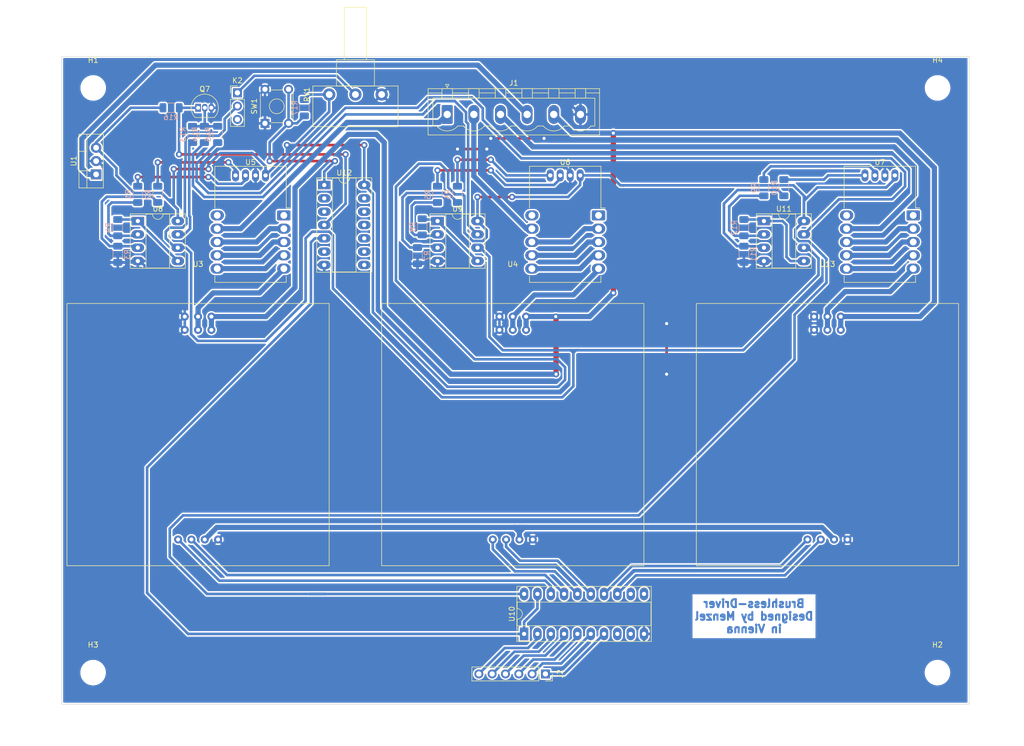
<source format=kicad_pcb>
(kicad_pcb (version 20211014) (generator pcbnew)
  (layers (0 "F.Cu" signal) (31 "B.Cu" signal) (34 "B.Paste" user) (35 "F.Paste" user) (36 "B.SilkS" user "B.Silkscreen") (37 "F.SilkS" user "F.Silkscreen") (38 "B.Mask" user) (39 "F.Mask" user) (44 "Edge.Cuts" user))
  (net 0 "")
  (net 1 "VCC")
  (net 2 "+15V")
  (net 3 "GND")
  (net 4 "/U")
  (net 5 "/V")
  (net 6 "/W")
  (net 7 "Net-(K2-Pad1)")
  (net 8 "/Vith")
  (net 9 "/th_in")
  (net 10 "Net-(Q7-Pad1)")
  (net 11 "/V_of")
  (net 12 "/Vout_U")
  (net 13 "Net-(R1-Pad2)")
  (net 14 "/Vref_U")
  (net 15 "Net-(R2-Pad2)")
  (net 16 "/V_iu")
  (net 17 "/Vout_V")
  (net 18 "Net-(R5-Pad2)")
  (net 19 "/Vref_V")
  (net 20 "Net-(R6-Pad2)")
  (net 21 "/V_iv")
  (net 22 "/Vout_W")
  (net 23 "Net-(R12-Pad2)")
  (net 24 "/Vref_W")
  (net 25 "Net-(R10-Pad2)")
  (net 26 "/V_iw")
  (net 27 "/V_ofu")
  (net 28 "/V_ofv")
  (net 29 "/V_ofw")
  (net 30 "+5V")
  (net 31 "/reset")
  (net 32 "/PB0")
  (net 33 "/PA7")
  (net 34 "/PA9")
  (net 35 "/PA8")
  (net 36 "/PB1")
  (net 37 "/PA10")
  (net 38 "/out1")
  (net 39 "/lin_u")
  (net 40 "/hin_u")
  (net 41 "/out2")
  (net 42 "/lin_v")
  (net 43 "/hin_v")
  (net 44 "/coil3")
  (net 45 "/coil2")
  (net 46 "/coil1")
  (net 47 "/coil6")
  (net 48 "/coil5")
  (net 49 "/coil4")
  (net 50 "/coil9")
  (net 51 "/coil8")
  (net 52 "/coil7")
  (net 53 "/out3")
  (net 54 "/Vgate")
  (net 59 "/hin_w")
  (net 60 "/lin_w")
  (footprint "Package_TO_SOT_THT:TO-92_Inline" (layer "F.Cu") (at 155.27 65.05)
    (fp_text reference "Q7")
    (fp_text value "BC547")
  )
  (footprint "Package_DIP:DIP-8_W7.62mm_Socket_LongPads" (layer "F.Cu") (at 263.16 86.65)
    (fp_text reference "U11")
    (fp_text value "LM358")
  )
  (footprint "Package_DIP:DIP-8_W7.62mm_Socket_LongPads" (layer "F.Cu") (at 143.78 86.65)
    (fp_text reference "U8")
    (fp_text value "LM358")
  )
  (footprint "MountingHole:MountingHole_4.3mm_M4" (layer "F.Cu") (at 135.25 172.75)
    (fp_text reference "H3")
    (fp_text value "MountingHole")
  )
  (footprint "Connector_Phoenix_MSTB:PhoenixContact_MSTBVA_2,5_6-G-5,08_1x06_P5.08mm_Vertical" (layer "F.Cu") (at 202.77 66.32)
    (fp_text reference "J1")
    (fp_text value "Conn_01x06")
  )
  (footprint "Connector_PinHeader_2.54mm:PinHeader_1x03_P2.54mm_Vertical" (layer "F.Cu") (at 162.77 62.19)
    (fp_text reference "K2")
    (fp_text value "CONN_3")
  )
  (footprint "Potentiometer_THT:Potentiometer_Piher_T-16H_Single_Horizontal" (layer "F.Cu") (at 190.27 62.52 90)
    (fp_text reference "RV1")
    (fp_text value "POT")
  )
  (footprint "Sensor_Current:LEM_CKSR" (layer "F.Cu") (at 171.62 85.565 -90)
    (fp_text reference "U5")
    (fp_text value "CKSR_25-NP")
  )
  (footprint "Package_TO_SOT_THT:TO-220-3_Vertical" (layer "F.Cu") (at 135.825 77.75 90)
    (fp_text reference "U1")
    (fp_text value "L7805")
  )
  (footprint "Connector_PinSocket_2.54mm:PinSocket_1x06_P2.54mm_Vertical" (layer "F.Cu") (at 221.5 173 -90)
    (fp_text reference "J2")
    (fp_text value "Conn_01x06")
  )
  (footprint "MountingHole:MountingHole_4.3mm_M4" (layer "F.Cu") (at 296.27 61.27)
    (fp_text reference "H4")
    (fp_text value "MountingHole")
  )
  (footprint "my_own:half_bridge" (layer "F.Cu") (at 275.27 102.365)
    (fp_text reference "U13")
    (fp_text value "Half_Bridge")
  )
  (footprint "Package_DIP:DIP-8_W7.62mm_Socket_LongPads" (layer "F.Cu") (at 200.93 86.65)
    (fp_text reference "U9")
    (fp_text value "LM358")
  )
  (footprint "my_own:half_bridge" (layer "F.Cu") (at 215.27 102.365)
    (fp_text reference "U4")
    (fp_text value "Half_Bridge")
  )
  (footprint "Sensor_Current:LEM_CKSR" (layer "F.Cu") (at 291.62 85.565 -90)
    (fp_text reference "U7")
    (fp_text value "CKSR_25-NP")
  )
  (footprint "MountingHole:MountingHole_4.3mm_M4" (layer "F.Cu") (at 135.27 61.27)
    (fp_text reference "H1")
    (fp_text value "MountingHole")
  )
  (footprint "my_own:half_bridge" (layer "F.Cu") (at 155.27 102.365)
    (fp_text reference "U3")
    (fp_text value "Half_Bridge")
  )
  (footprint "Package_DIP:DIP-14_W7.62mm_Socket_LongPads" (layer "F.Cu") (at 179.33 79.782)
    (fp_text reference "U12")
    (fp_text value "74HC74")
  )
  (footprint "Package_DIP:DIP-20_W7.62mm_Socket_LongPads" (layer "F.Cu") (at 217.435 165.37 90)
    (fp_text reference "U10")
    (fp_text value "74LS541")
  )
  (footprint "Button_Switch_THT:SW_TH_Tactile_Omron_B3F-10xx" (layer "F.Cu") (at 168.02 68.02 90)
    (fp_text reference "SW1")
    (fp_text value "SW_Push_Dual")
  )
  (footprint "MountingHole:MountingHole_4.3mm_M4" (layer "F.Cu") (at 296.25 172.75)
    (fp_text reference "H2")
    (fp_text value "MountingHole")
  )
  (footprint "Sensor_Current:LEM_CKSR" (layer "F.Cu") (at 231.62 85.565 -90)
    (fp_text reference "U6")
    (fp_text value "CKSR_25-NP")
  )
  (footprint "Resistor_SMD:R_1206_3216Metric_Pad1.30x1.75mm_HandSolder" (layer "B.Cu") (at 175.52 65.05 -90)
    (fp_text reference "R17")
    (fp_text value "R_Small")
  )
  (footprint "Resistor_SMD:R_1206_3216Metric_Pad1.30x1.75mm_HandSolder" (layer "B.Cu") (at 198 87.75 -90)
    (fp_text reference "R8")
    (fp_text value "R_Small")
  )
  (footprint "Resistor_SMD:R_1206_3216Metric_Pad1.30x1.75mm_HandSolder" (layer "B.Cu") (at 154.21 70.13 -90)
    (fp_text reference "R13")
    (fp_text value "R_Small")
  )
  (footprint "Resistor_SMD:R_1206_3216Metric_Pad1.30x1.75mm_HandSolder" (layer "B.Cu") (at 139.96 92.99 90)
    (fp_text reference "R3")
    (fp_text value "R_Small")
  )
  (footprint "Resistor_SMD:R_1206_3216Metric_Pad1.30x1.75mm_HandSolder" (layer "B.Cu") (at 159.01 70.13 -90)
    (fp_text reference "R15")
    (fp_text value "R_Small")
  )
  (footprint "Resistor_SMD:R_1206_3216Metric_Pad1.30x1.75mm_HandSolder" (layer "B.Cu") (at 263.15 80.29 -90)
    (fp_text reference "R9")
    (fp_text value "R_Small")
  )
  (footprint "Resistor_SMD:R_1206_3216Metric_Pad1.30x1.75mm_HandSolder" (layer "B.Cu") (at 156.47 70.13 -90)
    (fp_text reference "R14")
    (fp_text value "R_Small")
  )
  (footprint "Resistor_SMD:R_1206_3216Metric_Pad1.30x1.75mm_HandSolder" (layer "B.Cu") (at 147.58 81.56 -90)
    (fp_text reference "R2")
    (fp_text value "R_Small")
  )
  (footprint "Resistor_SMD:R_1206_3216Metric_Pad1.30x1.75mm_HandSolder" (layer "B.Cu") (at 197.11 93.244 90)
    (fp_text reference "R7")
    (fp_text value "R_Small")
  )
  (footprint "Resistor_SMD:R_1206_3216Metric_Pad1.30x1.75mm_HandSolder" (layer "B.Cu") (at 200.92 81.56 -90)
    (fp_text reference "R5")
    (fp_text value "R_Small")
  )
  (footprint "Resistor_SMD:R_1206_3216Metric_Pad1.30x1.75mm_HandSolder" (layer "B.Cu") (at 150.12 65.05)
    (fp_text reference "R16")
    (fp_text value "R_Small")
  )
  (footprint "Resistor_SMD:R_1206_3216Metric_Pad1.30x1.75mm_HandSolder" (layer "B.Cu") (at 259.34 87.91 -90)
    (fp_text reference "R12")
    (fp_text value "R_Small")
  )
  (footprint "Resistor_SMD:R_1206_3216Metric_Pad1.30x1.75mm_HandSolder" (layer "B.Cu") (at 139.96 87.91 -90)
    (fp_text reference "R4")
    (fp_text value "R_Small")
  )
  (footprint "Resistor_SMD:R_1206_3216Metric_Pad1.30x1.75mm_HandSolder" (layer "B.Cu") (at 266.96 80.29 -90)
    (fp_text reference "R10")
    (fp_text value "R_Small")
  )
  (footprint "Resistor_SMD:R_1206_3216Metric_Pad1.30x1.75mm_HandSolder" (layer "B.Cu") (at 204.73 81.56 -90)
    (fp_text reference "R6")
    (fp_text value "R_Small")
  )
  (footprint "Resistor_SMD:R_1206_3216Metric_Pad1.30x1.75mm_HandSolder" (layer "B.Cu") (at 143.77 81.56 -90)
    (fp_text reference "R1")
    (fp_text value "R_Small")
  )
  (footprint "Resistor_SMD:R_1206_3216Metric_Pad1.30x1.75mm_HandSolder" (layer "B.Cu") (at 259.34 92.99 90)
    (fp_text reference "R11")
    (fp_text value "R_Small")
  )
  (gr_rect (start 129.27 55.27) (end 302.27 178.77) (layer "Edge.Cuts") (width 0.1) (fill none))
  (gr_text "Brushless-Driver\nDesigned by Menzel\nin Vienna" (at 261.27 162) (layer "B.Cu") (effects (font (size 1.5 1.5) (thickness 0.375)) (justify mirror)))
  (segment (start 216.54 145.188) (end 216.668 145.06) (width 1) (layer "B.Cu") (net 0))
  (segment (start 215.652 145.06) (end 216.668 145.06) (width 1) (layer "B.Cu") (net 0))
  (segment (start 274.235 145.06) (end 276.54 147.365) (width 1) (layer "B.Cu") (net 0))
  (segment (start 215.652 145.06) (end 216.54 145.948) (width 1) (layer "B.Cu") (net 0))
  (segment (start 216.54 145.948) (end 216.542 145.948) (width 1) (layer "B.Cu") (net 0))
  (segment (start 216.668 145.06) (end 217.43 145.06) (width 1) (layer "B.Cu") (net 0))
  (segment (start 217.43 145.06) (end 274.235 145.06) (width 1) (layer "B.Cu") (net 0))
  (segment (start 216.54 145.948) (end 216.54 145.188) (width 1) (layer "B.Cu") (net 0))
  (segment (start 216.54 147.365) (end 216.54 145.948) (width 1) (layer "B.Cu") (net 0))
  (segment (start 156.54 147.365) (end 158.845 145.06) (width 1) (layer "B.Cu") (net 0))
  (segment (start 158.845 145.06) (end 215.652 145.06) (width 1) (layer "B.Cu") (net 0))
  (segment (start 217.43 145.06) (end 216.542 145.948) (width 1) (layer "B.Cu") (net 0))
  (segment (start 133.102 76.602) (end 134.25 77.75) (width 1) (layer "B.Cu") (net 1))
  (segment (start 147.142 56.922) (end 133.102 70.962) (width 1) (layer "B.Cu") (net 1))
  (segment (start 133.102 70.962) (end 133.102 76.602) (width 1) (layer "B.Cu") (net 1))
  (segment (start 208.612 56.922) (end 147.142 56.922) (width 1) (layer "B.Cu") (net 1))
  (segment (start 218.01 66.32) (end 208.612 56.922) (width 1) (layer "B.Cu") (net 1))
  (segment (start 134.25 77.75) (end 135.825 77.75) (width 1) (layer "B.Cu") (net 1))
  (segment (start 223.526 104.928) (end 223.463 104.865) (width 1) (layer "F.Cu") (net 2))
  (segment (start 234.448 69.876) (end 234.448 100.356) (width 1) (layer "F.Cu") (net 2))
  (segment (start 223.526 115.85) (end 223.526 104.928) (width 1) (layer "F.Cu") (net 2))
  (via (at 234.448 69.876) (size 1.2) (drill 0.6) (layers "F.Cu" "B.Cu") (net 2))
  (via (at 223.463 104.865) (size 1.2) (drill 0.6) (layers "F.Cu" "B.Cu") (net 2))
  (via (at 223.526 115.85) (size 1.2) (drill 0.6) (layers "F.Cu" "B.Cu") (net 2))
  (via (at 234.448 100.356) (size 1.2) (drill 0.6) (layers "F.Cu" "B.Cu") (net 2))
  (segment (start 234.448 69.876) (end 226.646 69.876) (width 1) (layer "B.Cu") (net 2))
  (segment (start 277.81 107.405) (end 277.81 104.865) (width 1) (layer "B.Cu") (net 2))
  (segment (start 183.902 70.13) (end 189.236 70.13) (width 1) (layer "B.Cu") (net 2))
  (segment (start 292.931 104.865) (end 277.81 104.865) (width 1) (layer "B.Cu") (net 2))
  (segment (start 168.217 104.865) (end 173.75 99.332) (width 1) (layer "B.Cu") (net 2))
  (segment (start 295.662 76.48) (end 295.662 102.134) (width 1) (layer "B.Cu") (net 2))
  (segment (start 229.939 104.865) (end 223.463 104.865) (width 1) (layer "B.Cu") (net 2))
  (segment (start 295.662 102.134) (end 292.931 104.865) (width 1) (layer "B.Cu") (net 2))
  (segment (start 289.058 69.876) (end 295.662 76.48) (width 1) (layer "B.Cu") (net 2))
  (segment (start 226.646 69.876) (end 223.09 66.32) (width 1) (layer "B.Cu") (net 2))
  (segment (start 189.236 70.13) (end 190.76 71.654) (width 1) (layer "B.Cu") (net 2))
  (segment (start 234.448 100.356) (end 229.939 104.865) (width 1) (layer "B.Cu") (net 2))
  (segment (start 190.76 103.15) (end 203.46 115.85) (width 1) (layer "B.Cu") (net 2))
  (segment (start 234.448 69.876) (end 289.058 69.876) (width 1) (layer "B.Cu") (net 2))
  (segment (start 173.75 99.332) (end 173.75 80.282) (width 1) (layer "B.Cu") (net 2))
  (segment (start 157.81 104.865) (end 168.217 104.865) (width 1) (layer "B.Cu") (net 2))
  (segment (start 173.75 80.282) (end 183.902 70.13) (width 1) (layer "B.Cu") (net 2))
  (segment (start 190.76 71.654) (end 190.76 103.15) (width 1) (layer "B.Cu") (net 2))
  (segment (start 157.81 107.405) (end 157.81 104.865) (width 1) (layer "B.Cu") (net 2))
  (segment (start 223.463 104.865) (end 217.81 104.865) (width 1) (layer "B.Cu") (net 2))
  (segment (start 217.81 104.865) (end 217.81 107.405) (width 1) (layer "B.Cu") (net 2))
  (segment (start 203.46 115.85) (end 223.526 115.85) (width 1) (layer "B.Cu") (net 2))
  (segment (start 211.08 70.892) (end 221.24 70.892) (width 0.5) (layer "F.Cu") (net 3))
  (segment (start 210.318 72.924) (end 204.73 72.924) (width 0.5) (layer "F.Cu") (net 3))
  (segment (start 244.608 106.198) (end 244.608 115.85) (width 0.5) (layer "F.Cu") (net 3))
  (via (at 221.24 70.892) (size 1.2) (drill 0.6) (layers "F.Cu" "B.Cu") (net 3))
  (via (at 204.73 72.924) (size 1.2) (drill 0.6) (layers "F.Cu" "B.Cu") (net 3))
  (via (at 211.08 70.892) (size 1.2) (drill 0.6) (layers "F.Cu" "B.Cu") (net 3))
  (via (at 244.608 115.85) (size 1.2) (drill 0.6) (layers "F.Cu" "B.Cu") (net 3))
  (via (at 244.608 106.198) (size 1.2) (drill 0.6) (layers "F.Cu" "B.Cu") (net 3))
  (via (at 210.318 72.924) (size 1.2) (drill 0.6) (layers "F.Cu" "B.Cu") (net 3))
  (segment (start 135.825 75.21) (end 135.513478 75.21) (width 0.5) (layer "B.Cu") (net 3))
  (segment (start 222.473021 64.07048) (end 225.92048 64.07048) (width 0.5) (layer "B.Cu") (net 3))
  (segment (start 221.24 70.892) (end 221.24 65.303501) (width 0.5) (layer "B.Cu") (net 3))
  (segment (start 200.66 94.54) (end 200.93 94.27) (width 0.5) (layer "B.Cu") (net 3))
  (segment (start 263.16 94.27) (end 256.536 94.27) (width 0.5) (layer "B.Cu") (net 3))
  (segment (start 136.15 82.322) (end 136.15 92.736) (width 0.5) (layer "B.Cu") (net 3))
  (segment (start 137.274511 81.197489) (end 136.15 82.322) (width 0.5) (layer "B.Cu") (net 3))
  (segment (start 136.136522 75.21) (end 137.274511 76.347989) (width 0.5) (layer "B.Cu") (net 3))
  (segment (start 144.18 94.27) (end 152.73 102.82) (width 0.5) (layer "B.Cu") (net 3))
  (segment (start 152.73 102.82) (end 152.73 104.865) (width 0.5) (layer "B.Cu") (net 3))
  (segment (start 225.27298 76.34548) (end 226.2225 77.295) (width 0.5) (layer "B.Cu") (net 3))
  (segment (start 197.11 94.794) (end 197.364 94.54) (width 0.5) (layer "B.Cu") (net 3))
  (segment (start 259.34 94.54) (end 262.89 94.54) (width 0.5) (layer "B.Cu") (net 3))
  (segment (start 221.24 65.303501) (end 222.473021 64.07048) (width 0.5) (layer "B.Cu") (net 3))
  (segment (start 212.73 107.405) (end 212.73 104.865) (width 0.5) (layer "B.Cu") (net 3))
  (segment (start 216.53348 76.34548) (end 225.27298 76.34548) (width 0.5) (layer "B.Cu") (net 3))
  (segment (start 262.89 94.54) (end 263.16 94.27) (width 0.5) (layer "B.Cu") (net 3))
  (segment (start 137.954 94.54) (end 139.96 94.54) (width 0.5) (layer "B.Cu") (net 3))
  (segment (start 166.2225 77.945) (end 166.2225 77.295) (width 0.5) (layer "B.Cu") (net 3))
  (segment (start 152.73 104.865) (end 152.73 107.405) (width 0.5) (layer "B.Cu") (net 3))
  (segment (start 211.08 70.892) (end 216.53348 76.34548) (width 0.5) (layer "B.Cu") (net 3))
  (segment (start 256.536 94.27) (end 244.608 106.198) (width 0.5) (layer "B.Cu") (net 3))
  (segment (start 143.51 94.54) (end 143.78 94.27) (width 0.5) (layer "B.Cu") (net 3))
  (segment (start 143.78 94.27) (end 144.18 94.27) (width 0.5) (layer "B.Cu") (net 3))
  (segment (start 137.274511 76.347989) (end 137.274511 81.197489) (width 0.5) (layer "B.Cu") (net 3))
  (segment (start 197.364 94.54) (end 200.66 94.54) (width 0.5) (layer "B.Cu") (net 3))
  (segment (start 139.96 94.54) (end 143.51 94.54) (width 0.5) (layer "B.Cu") (net 3))
  (segment (start 136.15 92.736) (end 137.954 94.54) (width 0.5) (layer "B.Cu") (net 3))
  (segment (start 135.825 75.21) (end 136.136522 75.21) (width 0.5) (layer "B.Cu") (net 3))
  (segment (start 226.2225 77.295) (end 226.2225 77.945) (width 0.5) (layer "B.Cu") (net 3))
  (segment (start 225.92048 64.07048) (end 228.17 66.32) (width 0.5) (layer "B.Cu") (net 3))
  (segment (start 168.02 68.02) (end 168.02 61.52) (width 0.5) (layer "B.Cu") (net 3))
  (segment (start 158.92 88.105) (end 163.387 88.105) (width 1) (layer "B.Cu") (net 4))
  (segment (start 201.246 67.844) (end 202.77 66.32) (width 1) (layer "B.Cu") (net 4))
  (segment (start 163.387 88.105) (end 183.648 67.844) (width 1) (layer "B.Cu") (net 4))
  (segment (start 183.648 67.844) (end 201.246 67.844) (width 1) (layer "B.Cu") (net 4))
  (segment (start 207.85 78.1) (end 217.855 88.105) (width 1) (layer "B.Cu") (net 5))
  (segment (start 207.85 66.32) (end 207.85 78.1) (width 1) (layer "B.Cu") (net 5))
  (segment (start 217.855 88.105) (end 218.92 88.105) (width 1) (layer "B.Cu") (net 5))
  (segment (start 291.852 76.353) (end 287.999 72.5) (width 1) (layer "B.Cu") (net 6))
  (segment (start 291.852 81.648) (end 291.852 76.353) (width 1) (layer "B.Cu") (net 6))
  (segment (start 287.999 72.5) (end 219.11 72.5) (width 1) (layer "B.Cu") (net 6))
  (segment (start 278.92 88.105) (end 278.807227 88.105) (width 1) (layer "B.Cu") (net 6))
  (segment (start 285.395 88.105) (end 291.852 81.648) (width 1) (layer "B.Cu") (net 6))
  (segment (start 219.11 72.5) (end 212.93 66.32) (width 1) (layer "B.Cu") (net 6))
  (segment (start 278.92 88.105) (end 285.395 88.105) (width 1) (layer "B.Cu") (net 6))
  (segment (start 166.006 58.954) (end 162.77 62.19) (width 0.5) (layer "B.Cu") (net 7))
  (segment (start 185.27 62.52) (end 181.704 58.954) (width 0.5) (layer "B.Cu") (net 7))
  (segment (start 181.704 58.954) (end 166.006 58.954) (width 0.5) (layer "B.Cu") (net 7))
  (segment (start 180.97952 89.383472) (end 180.97952 99.47952) (width 0.5) (layer "B.Cu") (net 8))
  (segment (start 153.04952 86.132432) (end 153.04952 87.167568) (width 0.5) (layer "B.Cu") (net 8))
  (segment (start 155.2 109.5) (end 168.154 109.5) (width 0.5) (layer "B.Cu") (net 8))
  (segment (start 226.32 111.278) (end 226.066 111.278) (width 0.5) (layer "B.Cu") (net 8))
  (segment (start 159.22027 70.384) (end 153.49173 70.384) (width 0.5) (layer "B.Cu") (net 8))
  (segment (start 175.774 101.88) (end 175.774 89.942) (width 0.5) (layer "B.Cu") (net 8))
  (segment (start 177.044 88.672) (end 180.268048 88.672) (width 0.5) (layer "B.Cu") (net 8))
  (segment (start 271.542 91.73) (end 273.564 93.752) (width 0.5) (layer "B.Cu") (net 8))
  (segment (start 152.307088 87.91) (end 149.866 87.91) (width 0.5) (layer "B.Cu") (net 8))
  (segment (start 209.058 91.73) (end 208.55 91.73) (width 0.5) (layer "B.Cu") (net 8))
  (segment (start 226.828 111.786) (end 226.32 111.278) (width 0.5) (layer "B.Cu") (net 8))
  (segment (start 213.366 111.278) (end 210.826 108.738) (width 0.5) (layer "B.Cu") (net 8))
  (segment (start 180.268048 88.672) (end 180.97952 89.383472) (width 0.5) (layer "B.Cu") (net 8))
  (segment (start 149.104 88.672) (end 149.104 89.942) (width 0.5) (layer "B.Cu") (net 8))
  (segment (start 226.828 111.786) (end 226.828 111.278) (width 0.5) (layer "B.Cu") (net 8))
  (segment (start 153.04952 87.167568) (end 152.307088 87.91) (width 0.5) (layer "B.Cu") (net 8))
  (segment (start 273.564 96.936) (end 259.222 111.278) (width 0.5) (layer "B.Cu") (net 8))
  (segment (start 153.941511 108.241511) (end 155.2 109.5) (width 0.5) (layer "B.Cu") (net 8))
  (segment (start 152.75 75.31696) (end 152.75 85.832912) (width 0.5) (layer "B.Cu") (net 8))
  (segment (start 153.49173 70.384) (end 152.88548 70.99025) (width 0.5) (layer "B.Cu") (net 8))
  (segment (start 151.4 91.73) (end 152.924 91.73) (width 0.5) (layer "B.Cu") (net 8))
  (segment (start 149.104 89.942) (end 150.892 91.73) (width 0.5) (layer "B.Cu") (net 8))
  (segment (start 224.714 120.25) (end 226.828 118.136) (width 0.5) (layer "B.Cu") (net 8))
  (segment (start 152.88548 70.99025) (end 152.88548 75.18148) (width 0.5) (layer "B.Cu") (net 8))
  (segment (start 226.066 111.278) (end 213.366 111.278) (width 0.5) (layer "B.Cu") (net 8))
  (segment (start 273.564 93.752) (end 273.564 96.936) (width 0.5) (layer "B.Cu") (net 8))
  (segment (start 227.336 111.278) (end 227.844 111.278) (width 0.5) (layer "B.Cu") (net 8))
  (segment (start 226.828 111.786) (end 227.336 111.278) (width 0.5) (layer "B.Cu") (net 8))
  (segment (start 153.941511 92.747511) (end 153.941511 108.241511) (width 0.5) (layer "B.Cu") (net 8))
  (segment (start 259.222 111.278) (end 227.844 111.278) (width 0.5) (layer "B.Cu") (net 8))
  (segment (start 270.78 91.73) (end 271.542 91.73) (width 0.5) (layer "B.Cu") (net 8))
  (segment (start 175.774 89.942) (end 177.044 88.672) (width 0.5) (layer "B.Cu") (net 8))
  (segment (start 168.154 109.5) (end 175.774 101.88) (width 0.5) (layer "B.Cu") (net 8))
  (segment (start 160.33452 69.26975) (end 159.22027 70.384) (width 0.5) (layer "B.Cu") (net 8))
  (segment (start 152.924 91.73) (end 153.941511 92.747511) (width 0.5) (layer "B.Cu") (net 8))
  (segment (start 180.97952 99.47952) (end 201.75 120.25) (width 0.5) (layer "B.Cu") (net 8))
  (segment (start 152.88548 75.18148) (end 152.75 75.31696) (width 0.5) (layer "B.Cu") (net 8))
  (segment (start 162.77 64.73) (end 160.33452 67.16548) (width 0.5) (layer "B.Cu") (net 8))
  (segment (start 210.826 93.498) (end 209.058 91.73) (width 0.5) (layer "B.Cu") (net 8))
  (segment (start 201.75 120.25) (end 224.714 120.25) (width 0.5) (layer "B.Cu") (net 8))
  (segment (start 227.844 111.278) (end 226.828 111.278) (width 0.5) (layer "B.Cu") (net 8))
  (segment (start 160.33452 67.16548) (end 160.33452 69.26975) (width 0.5) (layer "B.Cu") (net 8))
  (segment (start 210.826 108.738) (end 210.826 93.498) (width 0.5) (layer "B.Cu") (net 8))
  (segment (start 149.866 87.91) (end 149.104 88.672) (width 0.5) (layer "B.Cu") (net 8))
  (segment (start 150.892 91.73) (end 151.4 91.73) (width 0.5) (layer "B.Cu") (net 8))
  (segment (start 226.828 111.278) (end 226.066 111.278) (width 0.5) (layer "B.Cu") (net 8))
  (segment (start 226.828 118.136) (end 226.828 111.786) (width 0.5) (layer "B.Cu") (net 8))
  (segment (start 152.75 85.832912) (end 153.04952 86.132432) (width 0.5) (layer "B.Cu") (net 8))
  (segment (start 208.55 91.73) (end 208.55 91.506489) (width 0.5) (layer "B.Cu") (net 8))
  (segment (start 183.394 73.94) (end 151.644 73.94) (width 0.5) (layer "F.Cu") (net 10))
  (via (at 151.644 73.94) (size 1.2) (drill 0.6) (layers "F.Cu" "B.Cu") (net 10))
  (via (at 183.394 73.94) (size 1.2) (drill 0.6) (layers "F.Cu" "B.Cu") (net 10))
  (segment (start 183.394 73.94) (end 183.394 83.338) (width 0.5) (layer "B.Cu") (net 10))
  (segment (start 151.67 65.05) (end 155.27 65.05) (width 0.5) (layer "B.Cu") (net 10))
  (segment (start 151.644 65.076) (end 151.67 65.05) (width 0.5) (layer "B.Cu") (net 10))
  (segment (start 151.644 73.94) (end 151.644 65.076) (width 0.5) (layer "B.Cu") (net 10))
  (segment (start 183.394 83.338) (end 179.33 87.402) (width 0.5) (layer "B.Cu") (net 10))
  (segment (start 156.54 65.05) (end 156.54 68.51) (width 0.5) (layer "B.Cu") (net 11))
  (segment (start 154.21 68.58) (end 159.01 68.58) (width 0.5) (layer "B.Cu") (net 11))
  (segment (start 156.54 68.51) (end 156.47 68.58) (width 0.5) (layer "B.Cu") (net 11))
  (segment (start 157.232 78.258) (end 143.77 78.258) (width 0.5) (layer "F.Cu") (net 12))
  (via (at 143.77 78.258) (size 1.2) (drill 0.6) (layers "F.Cu" "B.Cu") (net 12))
  (via (at 157.232 78.258) (size 1.2) (drill 0.6) (layers "F.Cu" "B.Cu") (net 12))
  (segment (start 164.3175 78.7925) (end 164.3175 77.945) (width 0.5) (layer "B.Cu") (net 12))
  (segment (start 159.02652 79.54452) (end 163.56548 79.54452) (width 0.5) (layer "B.Cu") (net 12))
  (segment (start 163.56548 79.54452) (end 164.3175 78.7925) (width 0.5) (layer "B.Cu") (net 12))
  (segment (start 143.77 80.01) (end 143.77 78.258) (width 0.5) (layer "B.Cu") (net 12))
  (segment (start 157.74 78.258) (end 159.02652 79.54452) (width 0.5) (layer "B.Cu") (net 12))
  (segment (start 157.232 78.258) (end 157.74 78.258) (width 0.5) (layer "B.Cu") (net 12))
  (segment (start 138.791 83.11) (end 138.182 83.719) (width 0.5) (layer "B.Cu") (net 13))
  (segment (start 138.589 89.46) (end 139.96 89.46) (width 0.5) (layer "B.Cu") (net 13))
  (segment (start 138.182 89.053) (end 138.589 89.46) (width 0.5) (layer "B.Cu") (net 13))
  (segment (start 143.77 83.11) (end 138.791 83.11) (width 0.5) (layer "B.Cu") (net 13))
  (segment (start 143.51 89.46) (end 143.78 89.19) (width 0.5) (layer "B.Cu") (net 13))
  (segment (start 139.96 89.46) (end 143.51 89.46) (width 0.5) (layer "B.Cu") (net 13))
  (segment (start 138.182 83.719) (end 138.182 89.053) (width 0.5) (layer "B.Cu") (net 13))
  (segment (start 161.042 75.464) (end 147.58 75.464) (width 0.5) (layer "F.Cu") (net 14))
  (via (at 161.042 75.464) (size 1.2) (drill 0.6) (layers "F.Cu" "B.Cu") (net 14))
  (via (at 147.58 75.464) (size 1.2) (drill 0.6) (layers "F.Cu" "B.Cu") (net 14))
  (segment (start 162.4125 76.8345) (end 161.042 75.464) (width 0.5) (layer "B.Cu") (net 14))
  (segment (start 162.4125 77.945) (end 162.4125 76.8345) (width 0.5) (layer "B.Cu") (net 14))
  (segment (start 147.58 75.464) (end 147.58 80.01) (width 0.5) (layer "B.Cu") (net 14))
  (segment (start 137.85852 82.01048) (end 146.48048 82.01048) (width 0.5) (layer "B.Cu") (net 15))
  (segment (start 143.49 91.44) (end 143.78 91.73) (width 0.5) (layer "B.Cu") (net 15))
  (segment (start 139.96 91.44) (end 143.49 91.44) (width 0.5) (layer "B.Cu") (net 15))
  (segment (start 138.41 91.44) (end 136.912 89.942) (width 0.5) (layer "B.Cu") (net 15))
  (segment (start 139.96 91.44) (end 138.41 91.44) (width 0.5) (layer "B.Cu") (net 15))
  (segment (start 136.912 89.942) (end 136.912 82.957) (width 0.5) (layer "B.Cu") (net 15))
  (segment (start 136.912 82.957) (end 137.85852 82.01048) (width 0.5) (layer "B.Cu") (net 15))
  (segment (start 146.48048 82.01048) (end 147.58 83.11) (width 0.5) (layer "B.Cu") (net 15))
  (segment (start 143.78 86.65) (end 151.4 94.27) (width 0.5) (layer "B.Cu") (net 16))
  (segment (start 143.49 86.36) (end 143.78 86.65) (width 0.5) (layer "B.Cu") (net 16))
  (segment (start 139.96 86.36) (end 143.49 86.36) (width 0.5) (layer "B.Cu") (net 16))
  (segment (start 211.08 76.988) (end 200.92 76.988) (width 0.5) (layer "F.Cu") (net 17))
  (via (at 211.08 76.988) (size 1.2) (drill 0.6) (layers "F.Cu" "B.Cu") (net 17))
  (via (at 200.92 76.988) (size 1.2) (drill 0.6) (layers "F.Cu" "B.Cu") (net 17))
  (segment (start 224.3175 77.945) (end 224.3175 78.595) (width 0.5) (layer "B.Cu") (net 17))
  (segment (start 224.3175 78.595) (end 223.1305 79.782) (width 0.5) (layer "B.Cu") (net 17))
  (segment (start 213.874 79.782) (end 211.08 76.988) (width 0.5) (layer "B.Cu") (net 17))
  (segment (start 200.92 76.988) (end 200.92 80.01) (width 0.5) (layer "B.Cu") (net 17))
  (segment (start 223.1305 79.782) (end 213.874 79.782) (width 0.5) (layer "B.Cu") (net 17))
  (segment (start 196.55 89.3) (end 198 89.3) (width 0.5) (layer "B.Cu") (net 18))
  (segment (start 196 83.75) (end 196 88.75) (width 0.5) (layer "B.Cu") (net 18))
  (segment (start 200.92 83.11) (end 196.64 83.11) (width 0.5) (layer "B.Cu") (net 18))
  (segment (start 198 89.3) (end 198.16 89.46) (width 0.5) (layer "B.Cu") (net 18))
  (segment (start 198.16 89.46) (end 200.66 89.46) (width 0.5) (layer "B.Cu") (net 18))
  (segment (start 196.64 83.11) (end 196 83.75) (width 0.5) (layer "B.Cu") (net 18))
  (segment (start 200.66 89.46) (end 200.93 89.19) (width 0.5) (layer "B.Cu") (net 18))
  (segment (start 196 88.75) (end 196.55 89.3) (width 0.5) (layer "B.Cu") (net 18))
  (segment (start 204.73 74.956) (end 211.08 74.956) (width 0.5) (layer "F.Cu") (net 19))
  (via (at 211.08 74.956) (size 1.2) (drill 0.6) (layers "F.Cu" "B.Cu") (net 19))
  (via (at 204.73 74.956) (size 1.2) (drill 0.6) (layers "F.Cu" "B.Cu") (net 19))
  (segment (start 204.73 80.01) (end 204.73 74.956) (width 0.5) (layer "B.Cu") (net 19))
  (segment (start 211.08 74.956) (end 214.069 77.945) (width 0.5) (layer "B.Cu") (net 19))
  (segment (start 214.069 77.945) (end 222.4125 77.945) (width 0.5) (layer "B.Cu") (net 19))
  (segment (start 194.25 82.134) (end 195.07304 81.31096) (width 0.5) (layer "B.Cu") (net 20))
  (segment (start 202.1245 81.31096) (end 202.37354 81.56) (width 0.5) (layer "B.Cu") (net 20))
  (segment (start 203.18 81.56) (end 204.73 83.11) (width 0.5) (layer "B.Cu") (net 20))
  (segment (start 194.25 90.257) (end 194.25 82.134) (width 0.5) (layer "B.Cu") (net 20))
  (segment (start 195.07304 81.31096) (end 202.1245 81.31096) (width 0.5) (layer "B.Cu") (net 20))
  (segment (start 197.11 91.694) (end 197.364 91.44) (width 0.5) (layer "B.Cu") (net 20))
  (segment (start 197.364 91.44) (end 200.64 91.44) (width 0.5) (layer "B.Cu") (net 20))
  (segment (start 195.687 91.694) (end 194.25 90.257) (width 0.5) (layer "B.Cu") (net 20))
  (segment (start 200.64 91.44) (end 200.93 91.73) (width 0.5) (layer "B.Cu") (net 20))
  (segment (start 202.37354 81.56) (end 203.18 81.56) (width 0.5) (layer "B.Cu") (net 20))
  (segment (start 197.11 91.694) (end 195.687 91.694) (width 0.5) (layer "B.Cu") (net 20))
  (segment (start 198.16 86.36) (end 200.64 86.36) (width 0.5) (layer "B.Cu") (net 21))
  (segment (start 198 86.2) (end 198.16 86.36) (width 0.5) (layer "B.Cu") (net 21))
  (segment (start 200.64 86.36) (end 200.93 86.65) (width 0.5) (layer "B.Cu") (net 21))
  (segment (start 200.93 86.65) (end 208.55 94.27) (width 0.5) (layer "B.Cu") (net 21))
  (segment (start 264.42 76.226) (end 263.15 77.496) (width 0.5) (layer "B.Cu") (net 22))
  (segment (start 284.3175 77.945) (end 284.3175 77.295) (width 0.5) (layer "B.Cu") (net 22))
  (segment (start 284.3175 77.295) (end 283.2485 76.226) (width 0.5) (layer "B.Cu") (net 22))
  (segment (start 283.2485 76.226) (end 264.42 76.226) (width 0.5) (layer "B.Cu") (net 22))
  (segment (start 263.15 77.496) (end 263.15 78.74) (width 0.5) (layer "B.Cu") (net 22))
  (segment (start 256.546 88.418) (end 257.588 89.46) (width 0.5) (layer "B.Cu") (net 23))
  (segment (start 263.15 81.84) (end 258.552 81.84) (width 0.5) (layer "B.Cu") (net 23))
  (segment (start 256.546 83.846) (end 256.546 88.418) (width 0.5) (layer "B.Cu") (net 23))
  (segment (start 259.34 89.46) (end 262.89 89.46) (width 0.5) (layer "B.Cu") (net 23))
  (segment (start 262.89 89.46) (end 263.16 89.19) (width 0.5) (layer "B.Cu") (net 23))
  (segment (start 257.588 89.46) (end 259.34 89.46) (width 0.5) (layer "B.Cu") (net 23))
  (segment (start 258.552 81.84) (end 256.546 83.846) (width 0.5) (layer "B.Cu") (net 23))
  (segment (start 275.401 77.945) (end 282.4125 77.945) (width 0.5) (layer "B.Cu") (net 24))
  (segment (start 266.96 78.74) (end 274.606 78.74) (width 0.5) (layer "B.Cu") (net 24))
  (segment (start 274.606 78.74) (end 275.401 77.945) (width 0.5) (layer "B.Cu") (net 24))
  (segment (start 255.53 88.926) (end 258.044 91.44) (width 0.5) (layer "B.Cu") (net 25))
  (segment (start 262.87 91.44) (end 263.16 91.73) (width 0.5) (layer "B.Cu") (net 25))
  (segment (start 259.34 91.44) (end 262.87 91.44) (width 0.5) (layer "B.Cu") (net 25))
  (segment (start 265.86048 80.74048) (end 258.12752 80.74048) (width 0.5) (layer "B.Cu") (net 25))
  (segment (start 258.044 91.44) (end 259.34 91.44) (width 0.5) (layer "B.Cu") (net 25))
  (segment (start 266.96 81.84) (end 265.86048 80.74048) (width 0.5) (layer "B.Cu") (net 25))
  (segment (start 255.53 83.338) (end 255.53 88.926) (width 0.5) (layer "B.Cu") (net 25))
  (segment (start 258.12752 80.74048) (end 255.53 83.338) (width 0.5) (layer "B.Cu") (net 25))
  (segment (start 262.87 86.36) (end 263.16 86.65) (width 0.5) (layer "B.Cu") (net 26))
  (segment (start 267.468 93.498) (end 268.24 94.27) (width 0.5) (layer "B.Cu") (net 26))
  (segment (start 268.24 94.27) (end 270.78 94.27) (width 0.5) (layer "B.Cu") (net 26))
  (segment (start 263.16 86.65) (end 266.716 86.65) (width 0.5) (layer "B.Cu") (net 26))
  (segment (start 266.716 86.65) (end 267.468 87.402) (width 0.5) (layer "B.Cu") (net 26))
  (segment (start 259.34 86.36) (end 262.87 86.36) (width 0.5) (layer "B.Cu") (net 26))
  (segment (start 267.468 87.402) (end 267.468 93.498) (width 0.5) (layer "B.Cu") (net 26))
  (segment (start 153.585 72.305) (end 153.585 85.678642) (width 0.5) (layer "B.Cu") (net 27))
  (segment (start 153.585 85.678642) (end 153.74904 85.842682) (width 0.5) (layer "B.Cu") (net 27))
  (segment (start 154.21 71.68) (end 153.585 72.305) (width 0.5) (layer "B.Cu") (net 27))
  (segment (start 152.65 89.19) (end 151.4 89.19) (width 0.5) (layer "B.Cu") (net 27))
  (segment (start 153.74904 85.842682) (end 153.74904 88.09096) (width 0.5) (layer "B.Cu") (net 27))
  (segment (start 153.74904 88.09096) (end 152.65 89.19) (width 0.5) (layer "B.Cu") (net 27))
  (segment (start 167.646 82.068) (end 156.47 82.068) (width 0.5) (layer "B.Cu") (net 28))
  (segment (start 206.762 87.402) (end 206.762 68.098499) (width 0.5) (layer "B.Cu") (net 28))
  (segment (start 208.55 89.19) (end 206.762 87.402) (width 0.5) (layer "B.Cu") (net 28))
  (segment (start 183.394 66.32) (end 167.646 82.068) (width 0.5) (layer "B.Cu") (net 28))
  (segment (start 198.126 66.32) (end 183.394 66.32) (width 0.5) (layer "B.Cu") (net 28))
  (segment (start 200.666 63.78) (end 198.126 66.32) (width 0.5) (layer "B.Cu") (net 28))
  (segment (start 154.28452 79.88252) (end 154.28452 73.86548) (width 0.5) (layer "B.Cu") (net 28))
  (segment (start 204.222 63.78) (end 200.666 63.78) (width 0.5) (layer "B.Cu") (net 28))
  (segment (start 206.36048 67.696979) (end 206.36048 65.91848) (width 0.5) (layer "B.Cu") (net 28))
  (segment (start 156.47 82.068) (end 154.28452 79.88252) (width 0.5) (layer "B.Cu") (net 28))
  (segment (start 206.36048 65.91848) (end 204.222 63.78) (width 0.5) (layer "B.Cu") (net 28))
  (segment (start 206.762 68.098499) (end 206.36048 67.696979) (width 0.5) (layer "B.Cu") (net 28))
  (segment (start 154.28452 73.86548) (end 156.47 71.68) (width 0.5) (layer "B.Cu") (net 28))
  (segment (start 209.556 67.336) (end 209.556 65.159501) (width 0.5) (layer "B.Cu") (net 29))
  (segment (start 197.11 65.05) (end 183.394 65.05) (width 0.5) (layer "B.Cu") (net 29))
  (segment (start 287.452 74.702) (end 216.922 74.702) (width 0.5) (layer "B.Cu") (net 29))
  (segment (start 207.47698 63.080481) (end 199.079519 63.080481) (width 0.5) (layer "B.Cu") (net 29))
  (segment (start 183.394 65.05) (end 167.138 81.306) (width 0.5) (layer "B.Cu") (net 29))
  (segment (start 157.232 81.306) (end 154.984039 79.058039) (width 0.5) (layer "B.Cu") (net 29))
  (segment (start 277.47 82.5) (end 287.61 82.5) (width 0.5) (layer "B.Cu") (net 29))
  (segment (start 154.984039 79.058039) (end 154.984039 75.705961) (width 0.5) (layer "B.Cu") (net 29))
  (segment (start 270.78 89.19) (end 277.47 82.5) (width 0.5) (layer "B.Cu") (net 29))
  (segment (start 209.556 65.159501) (end 207.47698 63.080481) (width 0.5) (layer "B.Cu") (net 29))
  (segment (start 216.922 74.702) (end 209.556 67.336) (width 0.5) (layer "B.Cu") (net 29))
  (segment (start 290.074 77.324) (end 287.452 74.702) (width 0.5) (layer "B.Cu") (net 29))
  (segment (start 199.079519 63.080481) (end 197.11 65.05) (width 0.5) (layer "B.Cu") (net 29))
  (segment (start 287.61 82.5) (end 290.074 80.036) (width 0.5) (layer "B.Cu") (net 29))
  (segment (start 167.138 81.306) (end 157.232 81.306) (width 0.5) (layer "B.Cu") (net 29))
  (segment (start 290.074 80.036) (end 290.074 77.324) (width 0.5) (layer "B.Cu") (net 29))
  (segment (start 154.984039 75.705961) (end 159.01 71.68) (width 0.5) (layer "B.Cu") (net 29))
  (segment (start 186.95 72.162) (end 172.218 72.162) (width 0.5) (layer "F.Cu") (net 30))
  (segment (start 208.54 82.068) (end 215.144 82.068) (width 0.5) (layer "F.Cu") (net 30))
  (segment (start 157.25 76.734) (end 150.628 76.734) (width 0.5) (layer "F.Cu") (net 30))
  (via (at 157.25 76.734) (size 1.2) (drill 0.6) (layers "F.Cu" "B.Cu") (net 30))
  (via (at 186.95 72.162) (size 1.2) (drill 0.6) (layers "F.Cu" "B.Cu") (net 30))
  (via (at 150.628 76.734) (size 1.2) (drill 0.6) (layers "F.Cu" "B.Cu") (net 30))
  (via (at 208.54 82.068) (size 1.2) (drill 0.6) (layers "F.Cu" "B.Cu") (net 30))
  (via (at 172.218 72.162) (size 1.2) (drill 0.6) (layers "F.Cu" "B.Cu") (net 30))
  (via (at 215.144 82.068) (size 1.2) (drill 0.6) (layers "F.Cu" "B.Cu") (net 30))
  (segment (start 135.825 71.675) (end 135.825 72.67) (width 0.5) (layer "B.Cu") (net 30))
  (segment (start 179.594 157.75) (end 217.435 157.75) (width 0.5) (layer "B.Cu") (net 30))
  (segment (start 172.218 73.686) (end 172.30225 73.77025) (width 0.5) (layer "B.Cu") (net 30))
  (segment (start 271.278 82.322) (end 270.78 82.82) (width 0.5) (layer "B.Cu") (net 30))
  (segment (start 152.406 142.774) (end 239.274 142.774) (width 0.5) (layer "B.Cu") (net 30))
  (segment (start 201.428 75.718) (end 202.952 77.242) (width 0.5) (layer "B.Cu") (net 30))
  (segment (start 135.825 72.67) (end 139.706 76.551) (width 0.5) (layer "B.Cu") (net 30))
  (segment (start 269.862432 90.48048) (end 269.13048 89.748528) (width 0.5) (layer "B.Cu") (net 30))
  (segment (start 269 113.048) (end 269 104.5) (width 0.5) (layer "B.Cu") (net 30))
  (segment (start 268.79552 79.83952) (end 236.42248 79.83952) (width 0.5) (layer "B.Cu") (net 30))
  (segment (start 225.812 82.068) (end 228.1275 79.7525) (width 0.5) (layer "B.Cu") (net 30))
  (segment (start 173.9105 72.162) (end 173.95325 72.11925) (width 0.5) (layer "B.Cu") (net 30))
  (segment (start 173.234 72.162) (end 173.234 72.67) (width 0.5) (layer "B.Cu") (net 30))
  (segment (start 150.12 82.83) (end 149.971135 82.978865) (width 0.5) (layer "B.Cu") (net 30))
  (segment (start 205.746 81.56) (end 206.06248 81.87648) (width 0.5) (layer "B.Cu") (net 30))
  (segment (start 208.55 82.078) (end 208.54 82.068) (width 0.5) (layer "B.Cu") (net 30))
  (segment (start 223.92 118.25) (end 225.25 116.92) (width 0.5) (layer "B.Cu") (net 30))
  (segment (start 175.784 157.75) (end 156.968 157.75) (width 0.5) (layer "B.Cu") (net 30))
  (segment (start 186.95 79.782) (end 188.59952 81.43152) (width 0.5) (layer "B.Cu") (net 30))
  (segment (start 157.25 76.734) (end 157.25 75.954) (width 0.5) (layer "B.Cu") (net 30))
  (segment (start 172.726 72.162) (end 173.234 72.162) (width 0.5) (layer "B.Cu") (net 30))
  (segment (start 173.742 72.162) (end 173.488 72.416) (width 0.5) (layer "B.Cu") (net 30))
  (segment (start 149.866 150.648) (end 149.866 145.314) (width 0.5) (layer "B.Cu") (net 30))
  (segment (start 149.590135 82.597865) (end 150.606135 82.597865) (width 0.5) (layer "B.Cu") (net 30))
  (segment (start 150.628 82.576) (end 150.628 82.83) (width 0.5) (layer "B.Cu") (net 30))
  (segment (start 165.614 73.686) (end 168.1275 76.1995) (width 0.5) (layer "B.Cu") (net 30))
  (segment (start 173.95325 72.11925) (end 173.31825 72.75425) (width 0.5) (layer "B.Cu") (net 30))
  (segment (start 233.881 77.945) (end 228.1275 77.945) (width 0.5) (layer "B.Cu") (net 30))
  (segment (start 172.218 73.178) (end 172.726 72.67) (width 0.5) (layer "B.Cu") (net 30))
  (segment (start 173.488 72.416) (end 172.726 72.416) (width 0.5) (layer "B.Cu") (net 30))
  (segment (start 150.606135 82.597865) (end 150.628 82.576) (width 0.5) (layer "B.Cu") (net 30))
  (segment (start 193 97.99727) (end 193 80.082) (width 0.5) (layer "B.Cu") (net 30))
  (segment (start 202.952 77.242) (end 202.952 80.24627) (width 0.5) (layer "B.Cu") (net 30))
  (segment (start 186.95 79.782) (end 186.95 72.162) (width 0.5) (layer "B.Cu") (net 30))
  (segment (start 180.27 62.52) (end 180.27 65.8025) (width 0.5) (layer "B.Cu") (net 30))
  (segment (start 275.088 93.870912) (end 271.697568 90.48048) (width 0.5) (layer "B.Cu") (net 30))
  (segment (start 210.318 89.688) (end 210.318 88.418) (width 0.5) (layer "B.Cu") (net 30))
  (segment (start 223.724 113) (end 208.00273 113) (width 0.5) (layer "B.Cu") (net 30))
  (segment (start 269 104.5) (end 275.088 98.412) (width 0.5) (layer "B.Cu") (net 30))
  (segment (start 150.628 83.592) (end 150.606135 83.613865) (width 0.5) (layer "B.Cu") (net 30))
  (segment (start 172.218 73.178) (end 172.218 73.686) (width 0.5) (layer "B.Cu") (net 30))
  (segment (start 148.29827 81.306) (end 149.590135 82.597865) (width 0.5) (layer "B.Cu") (net 30))
  (segment (start 149.971135 82.978865) (end 150.606135 83.613865) (width 0.5) (layer "B.Cu") (net 30))
  (segment (start 206.06248 88.869568) (end 207.642912 90.45) (width 0.5) (layer "B.Cu") (net 30))
  (segment (start 139.706 76.551) (end 139.706 77.96027) (width 0.5) (layer "B.Cu") (net 30))
  (segment (start 208.00273 113) (end 193 97.99727) (width 0.5) (layer "B.Cu") (net 30))
  (segment (start 176.5 62.52) (end 180.27 62.52) (width 0.5) (layer "B.Cu") (net 30))
  (segment (start 239.274 142.774) (end 269 113.048) (width 0.5) (layer "B.Cu") (net 30))
  (segment (start 142.45 65.05) (end 135.825 71.675) (width 0.5) (layer "B.Cu") (net 30))
  (segment (start 271.697568 90.48048) (end 269.862432 90.48048) (width 0.5) (layer "B.Cu") (net 30))
  (segment (start 269.13048 89.748528) (end 269.13048 88.29952) (width 0.5) (layer "B.Cu") (net 30))
  (segment (start 215.144 82.068) (end 225.812 82.068) (width 0.5) (layer "B.Cu") (net 30))
  (segment (start 172.726 72.416) (end 172.726 72.162) (width 0.5) (layer "B.Cu") (net 30))
  (segment (start 188.59952 104.03752) (end 202.812 118.25) (width 0.5) (layer "B.Cu") (net 30))
  (segment (start 150.628 76.734) (end 150.628 82.576) (width 0.5) (layer "B.Cu") (net 30))
  (segment (start 150.606135 83.613865) (end 151.4 84.40773) (width 0.5) (layer "B.Cu") (net 30))
  (segment (start 235.77552 79.83952) (end 233.881 77.945) (width 0.5) (layer "B.Cu") (net 30))
  (segment (start 270.78 82.82) (end 270.78 86.65) (width 0.5) (layer "B.Cu") (net 30))
  (segment (start 206.06248 81.87648) (end 206.06248 88.869568) (width 0.5) (layer "B.Cu") (net 30))
  (segment (start 273.35 80.25) (end 271.278 82.322) (width 0.5) (layer "B.Cu") (net 30))
  (segment (start 207.642912 90.45) (end 209.556 90.45) (width 0.5) (layer "B.Cu") (net 30))
  (segment (start 270.78 81.824) (end 268.79552 79.83952) (width 0.5) (layer "B.Cu") (net 30))
  (segment (start 173.742 72.162) (end 173.9105 72.162) (width 0.5) (layer "B.Cu") (net 30))
  (segment (start 150.628 82.83) (end 150.628 83.592) (width 0.5) (layer "B.Cu") (net 30))
  (segment (start 172.30225 73.77025) (end 168.1275 77.945) (width 0.5) (layer "B.Cu") (net 30))
  (segment (start 173.234 72.67) (end 172.218 72.67) (width 0.5) (layer "B.Cu") (net 30))
  (segment (start 270.78 86.65) (end 270.78 81.824) (width 0.5) (layer "B.Cu") (net 30))
  (segment (start 172.218 72.67) (end 172.218 73.178) (width 0.5) (layer "B.Cu") (net 30))
  (segment (start 275.088 98.412) (end 275.088 93.870912) (width 0.5) (layer "B.Cu") (net 30))
  (segment (start 157.25 75.954) (end 159.518 73.686) (width 0.5) (layer "B.Cu") (net 30))
  (segment (start 156.968 157.75) (end 149.866 150.648) (width 0.5) (layer "B.Cu") (net 30))
  (segment (start 172.218 72.162) (end 172.218 72.67) (width 0.5) (layer "B.Cu") (net 30))
  (segment (start 173.234 72.67) (end 173.31825 72.75425) (width 0.5) (layer "B.Cu") (net 30))
  (segment (start 188.59952 81.43152) (end 188.59952 104.03752) (width 0.5) (layer "B.Cu") (net 30))
  (segment (start 202.812 118.25) (end 223.92 118.25) (width 0.5) (layer "B.Cu") (net 30))
  (segment (start 168.1275 76.1995) (end 168.1275 77.945) (width 0.5) (layer "B.Cu") (net 30))
  (segment (start 204.26573 81.56) (end 205.746 81.56) (width 0.5) (layer "B.Cu") (net 30))
  (segment (start 225.25 114.526) (end 223.724 113) (width 0.5) (layer "B.Cu") (net 30))
  (segment (start 209.556 90.45) (end 210.318 89.688) (width 0.5) (layer "B.Cu") (net 30))
  (segment (start 151.4 84.40773) (end 151.4 86.65) (width 0.5) (layer "B.Cu") (net 30))
  (segment (start 139.706 77.96027) (end 143.05173 81.306) (width 0.5) (layer "B.Cu") (net 30))
  (segment (start 159.518 73.686) (end 165.614 73.686) (width 0.5) (layer "B.Cu") (net 30))
  (segment (start 271.278 82.322) (end 270.78 81.824) (width 0.5) (layer "B.Cu") (net 30))
  (segment (start 197.364 75.718) (end 201.428 75.718) (width 0.5) (layer "B.Cu") (net 30))
  (segment (start 235.718 79.782) (end 233.881 77.945) (width 0.5) (layer "B.Cu") (net 30))
  (segment (start 173.31825 72.75425) (end 172.30225 73.77025) (width 0.5) (layer "B.Cu") (net 30))
  (segment (start 210.318 88.418) (end 208.55 86.65) (width 0.5) (layer "B.Cu") (net 30))
  (segment (start 225.25 116.92) (end 225.25 114.526) (width 0.5) (layer "B.Cu") (net 30))
  (segment (start 175.784 157.75) (end 179.594 157.75) (width 0.5) (layer "B.Cu") (net 30))
  (segment (start 228.1275 79.7525) (end 228.1275 77.945) (width 0.5) (layer "B.Cu") (net 30))
  (segment (start 150.628 82.83) (end 150.12 82.83) (width 0.5) (layer "B.Cu") (net 30))
  (segment (start 236.42248 79.83952) (end 235.77552 79.83952) (width 0.5) (layer "B.Cu") (net 30))
  (segment (start 286.4725 80.25) (end 273.35 80.25) (width 0.5) (layer "B.Cu") (net 30))
  (segment (start 288.1275 77.945) (end 288.1275 78.595) (width 0.5) (layer "B.Cu") (net 30))
  (segment (start 288.1275 78.595) (end 286.4725 80.25) (width 0.5) (layer "B.Cu") (net 30))
  (segment (start 148.57 65.05) (end 142.45 65.05) (width 0.5) (layer "B.Cu") (net 30))
  (segment (start 269.13048 88.29952) (end 270.78 86.65) (width 0.5) (layer "B.Cu") (net 30))
  (segment (start 149.866 145.314) (end 152.406 142.774) (width 0.5) (layer "B.Cu") (net 30))
  (segment (start 179.594 157.75) (end 176.546 157.75) (width 0.5) (layer "B.Cu") (net 30))
  (segment (start 175.52 63.5) (end 176.5 62.52) (width 0.5) (layer "B.Cu") (net 30))
  (segment (start 236.16848 79.83952) (end 236.42248 79.83952) (width 0.5) (layer "B.Cu") (net 30))
  (segment (start 143.05173 81.306) (end 148.29827 81.306) (width 0.5) (layer "B.Cu") (net 30))
  (segment (start 172.726 72.67) (end 172.726 72.416) (width 0.5) (layer "B.Cu") (net 30))
  (segment (start 180.27 65.8025) (end 173.95325 72.11925) (width 0.5) (layer "B.Cu") (net 30))
  (segment (start 202.952 80.24627) (end 204.26573 81.56) (width 0.5) (layer "B.Cu") (net 30))
  (segment (start 173.234 72.162) (end 173.742 72.162) (width 0.5) (layer "B.Cu") (net 30))
  (segment (start 193 80.082) (end 197.364 75.718) (width 0.5) (layer "B.Cu") (net 30))
  (segment (start 208.55 86.65) (end 208.55 82.078) (width 0.5) (layer "B.Cu") (net 30))
  (segment (start 149.590135 82.597865) (end 149.971135 82.978865) (width 0.5) (layer "B.Cu") (net 30))
  (segment (start 181.362 75.21) (end 168.916 75.21) (width 0.5) (layer "F.Cu") (net 31))
  (via (at 181.362 75.21) (size 1.2) (drill 0.6) (layers "F.Cu" "B.Cu") (net 31))
  (via (at 168.916 75.21) (size 1.2) (drill 0.6) (layers "F.Cu" "B.Cu") (net 31))
  (segment (start 172.52 68.02) (end 174.1 68.02) (width 0.5) (layer "B.Cu") (net 31))
  (segment (start 179.33 77.242) (end 179.33 79.782) (width 0.5) (layer "B.Cu") (net 31))
  (segment (start 181.362 75.21) (end 179.33 77.242) (width 0.5) (layer "B.Cu") (net 31))
  (segment (start 168.916 75.21) (end 168.916 71.624) (width 0.5) (layer "B.Cu") (net 31))
  (segment (start 174.1 68.02) (end 175.52 66.6) (width 0.5) (layer "B.Cu") (net 31))
  (segment (start 168.916 71.624) (end 172.52 68.02) (width 0.5) (layer "B.Cu") (net 31))
  (segment (start 172.52 61.52) (end 172.52 68.02) (width 0.5) (layer "B.Cu") (net 31))
  (segment (start 227.595 165.905) (end 227.595 165.37) (width 0.5) (layer "B.Cu") (net 32))
  (segment (start 216.42 173) (end 219.17 170.25) (width 0.5) (layer "B.Cu") (net 32))
  (segment (start 223.25 170.25) (end 227.595 165.905) (width 0.5) (layer "B.Cu") (net 32))
  (segment (start 219.17 170.25) (end 223.25 170.25) (width 0.5) (layer "B.Cu") (net 32))
  (segment (start 211.34 173) (end 215.59 168.75) (width 0.5) (layer "B.Cu") (net 33))
  (segment (start 215.59 168.75) (end 220.25 168.75) (width 0.5) (layer "B.Cu") (net 33))
  (segment (start 222.515 166.485) (end 222.515 165.37) (width 0.5) (layer "B.Cu") (net 33))
  (segment (start 220.25 168.75) (end 222.515 166.485) (width 0.5) (layer "B.Cu") (net 33))
  (segment (start 213.88 173) (end 217.38 169.5) (width 0.5) (layer "B.Cu") (net 34))
  (segment (start 217.38 169.5) (end 221.5 169.5) (width 0.5) (layer "B.Cu") (net 34))
  (segment (start 221.5 169.5) (end 225.055 165.945) (width 0.5) (layer "B.Cu") (net 34))
  (segment (start 225.055 165.945) (end 225.055 165.37) (width 0.5) (layer "B.Cu") (net 34))
  (segment (start 218.19952 168.05048) (end 213.74952 168.05048) (width 0.5) (layer "B.Cu") (net 35))
  (segment (start 219.975 166.275) (end 218.19952 168.05048) (width 0.5) (layer "B.Cu") (net 35))
  (segment (start 219.975 165.010978) (end 219.975 165.37) (width 0.5) (layer "B.Cu") (net 35))
  (segment (start 219.975 165.37) (end 219.975 166.275) (width 0.5) (layer "B.Cu") (net 35))
  (segment (start 213.74952 168.05048) (end 208.8 173) (width 0.5) (layer "B.Cu") (net 35))
  (segment (start 225.045 173) (end 232.675 165.37) (width 0.5) (layer "B.Cu") (net 36))
  (segment (start 221.5 173) (end 225.045 173) (width 0.5) (layer "B.Cu") (net 36))
  (segment (start 220.96 171) (end 224.505 171) (width 0.5) (layer "B.Cu") (net 37))
  (segment (start 218.96 173) (end 220.96 171) (width 0.5) (layer "B.Cu") (net 37))
  (segment (start 224.505 171) (end 230.135 165.37) (width 0.5) (layer "B.Cu") (net 37))
  (segment (start 155.27 104.865) (end 155.27 103.23) (width 1) (layer "B.Cu") (net 38))
  (segment (start 155.27 107.405) (end 155.27 104.865) (width 1) (layer "B.Cu") (net 38))
  (segment (start 158.144 100.356) (end 166.989 100.356) (width 1) (layer "B.Cu") (net 38))
  (segment (start 166.989 100.356) (end 171.62 95.725) (width 1) (layer "B.Cu") (net 38))
  (segment (start 155.27 103.23) (end 158.144 100.356) (width 1) (layer "B.Cu") (net 38))
  (segment (start 221.494 155.22) (end 159.315 155.22) (width 0.5) (layer "B.Cu") (net 39))
  (segment (start 159.315 155.22) (end 151.46 147.365) (width 0.5) (layer "B.Cu") (net 39))
  (segment (start 222.515 156.241) (end 221.494 155.22) (width 0.5) (layer "B.Cu") (net 39))
  (segment (start 222.515 157.75) (end 222.515 156.241) (width 0.5) (layer "B.Cu") (net 39))
  (segment (start 221.446519 154.141519) (end 160.776519 154.141519) (width 0.5) (layer "B.Cu") (net 40))
  (segment (start 160.776519 154.141519) (end 154 147.365) (width 0.5) (layer "B.Cu") (net 40))
  (segment (start 225.055 157.75) (end 221.446519 154.141519) (width 0.5) (layer "B.Cu") (net 40))
  (segment (start 215.27 107.405) (end 215.27 104.865) (width 1) (layer "B.Cu") (net 41))
  (segment (start 231.62 95.945) (end 231.62 95.725) (width 1) (layer "B.Cu") (net 41))
  (segment (start 215.27 104.865) (end 219.398 100.737) (width 1) (layer "B.Cu") (net 41))
  (segment (start 219.398 100.737) (end 226.828 100.737) (width 1) (layer "B.Cu") (net 41))
  (segment (start 226.828 100.737) (end 231.62 95.945) (width 1) (layer "B.Cu") (net 41))
  (segment (start 227.595 157.75) (end 223.287 153.442) (width 0.5) (layer "B.Cu") (net 42))
  (segment (start 215.692 153.442) (end 211.46 149.21) (width 0.5) (layer "B.Cu") (net 42))
  (segment (start 211.46 149.21) (end 211.46 147.365) (width 0.5) (layer "B.Cu") (net 42))
  (segment (start 223.287 153.442) (end 215.692 153.442) (width 0.5) (layer "B.Cu") (net 42))
  (segment (start 214 148.75) (end 214 147.365) (width 0.5) (layer "B.Cu") (net 43))
  (segment (start 223.795 151.41) (end 216.66 151.41) (width 0.5) (layer "B.Cu") (net 43))
  (segment (start 230.135 157.75) (end 223.795 151.41) (width 0.5) (layer "B.Cu") (net 43))
  (segment (start 216.66 151.41) (end 214 148.75) (width 0.5) (layer "B.Cu") (net 43))
  (segment (start 166.435 90.645) (end 168.975 88.105) (width 1) (layer "B.Cu") (net 44))
  (segment (start 158.92 90.645) (end 166.435 90.645) (width 1) (layer "B.Cu") (net 44))
  (segment (start 168.975 88.105) (end 171.62 88.105) (width 1) (layer "B.Cu") (net 44))
  (segment (start 158.92 93.185) (end 167.07 93.185) (width 1) (layer "B.Cu") (net 45))
  (segment (start 169.61 90.645) (end 171.62 90.645) (width 1) (layer "B.Cu") (net 45))
  (segment (start 167.07 93.185) (end 169.61 90.645) (width 1) (layer "B.Cu") (net 45))
  (segment (start 168.095 95.725) (end 170.635 93.185) (width 1) (layer "B.Cu") (net 46))
  (segment (start 158.92 95.725) (end 168.095 95.725) (width 1) (layer "B.Cu") (net 46))
  (segment (start 170.635 93.185) (end 171.62 93.185) (width 1) (layer "B.Cu") (net 46))
  (segment (start 218.954 90.645) (end 226.469 90.645) (width 1) (layer "B.Cu") (net 47))
  (segment (start 229.009 88.105) (end 231.654 88.105) (width 1) (layer "B.Cu") (net 47))
  (segment (start 226.469 90.645) (end 229.009 88.105) (width 1) (layer "B.Cu") (net 47))
  (segment (start 229.644 90.645) (end 231.654 90.645) (width 1) (layer "B.Cu") (net 48))
  (segment (start 218.954 93.185) (end 227.104 93.185) (width 1) (layer "B.Cu") (net 48))
  (segment (start 227.104 93.185) (end 229.644 90.645) (width 1) (layer "B.Cu") (net 48))
  (segment (start 218.954 95.725) (end 228.129 95.725) (width 1) (layer "B.Cu") (net 49))
  (segment (start 228.129 95.725) (end 230.669 93.185) (width 1) (layer "B.Cu") (net 49))
  (segment (start 230.669 93.185) (end 231.654 93.185) (width 1) (layer "B.Cu") (net 49))
  (segment (start 286.391 90.645) (end 288.931 88.105) (width 1) (layer "B.Cu") (net 50))
  (segment (start 288.931 88.105) (end 291.576 88.105) (width 1) (layer "B.Cu") (net 50))
  (segment (start 278.876 90.645) (end 286.391 90.645) (width 1) (layer "B.Cu") (net 50))
  (segment (start 278.876 93.185) (end 287.026 93.185) (width 1) (layer "B.Cu") (net 51))
  (segment (start 289.566 90.645) (end 291.576 90.645) (width 1) (layer "B.Cu") (net 51))
  (segment (start 287.026 93.185) (end 289.566 90.645) (width 1) (layer "B.Cu") (net 51))
  (segment (start 278.876 95.725) (end 288.051 95.725) (width 1) (layer "B.Cu") (net 52))
  (segment (start 288.051 95.725) (end 290.591 93.185) (width 1) (layer "B.Cu") (net 52))
  (segment (start 290.591 93.185) (end 291.576 93.185) (width 1) (layer "B.Cu") (net 52))
  (segment (start 287.243 100.102) (end 278.644 100.102) (width 1) (layer "B.Cu") (net 53))
  (segment (start 275.27 103.476) (end 275.27 104.865) (width 1) (layer "B.Cu") (net 53))
  (segment (start 278.644 100.102) (end 275.27 103.476) (width 1) (layer "B.Cu") (net 53))
  (segment (start 291.62 95.725) (end 287.243 100.102) (width 1) (layer "B.Cu") (net 53))
  (segment (start 275.27 107.405) (end 275.27 104.865) (width 1) (layer "B.Cu") (net 53))
  (segment (start 219.975 160.549) (end 219.975 157.75) (width 0.5) (layer "B.Cu") (net 54))
  (segment (start 217.435 163.089) (end 219.975 160.549) (width 0.5) (layer "B.Cu") (net 54))
  (segment (start 145.548 133.63) (end 176.79 102.388) (width 0.5) (layer "B.Cu") (net 54))
  (segment (start 176.79 90.704) (end 177.552 89.942) (width 0.5) (layer "B.Cu") (net 54))
  (segment (start 217.435 165.37) (end 153.37 165.37) (width 0.5) (layer "B.Cu") (net 54))
  (segment (start 177.552 89.942) (end 179.33 89.942) (width 0.5) (layer "B.Cu") (net 54))
  (segment (start 176.79 102.388) (end 176.79 90.704) (width 0.5) (layer "B.Cu") (net 54))
  (segment (start 145.548 157.548) (end 145.548 133.63) (width 0.5) (layer "B.Cu") (net 54))
  (segment (start 217.435 165.37) (end 217.435 163.089) (width 0.5) (layer "B.Cu") (net 54))
  (segment (start 153.37 165.37) (end 145.548 157.548) (width 0.5) (layer "B.Cu") (net 54))
  (segment (start 238.761 154.204) (end 267.214 154.204) (width 0.5) (layer "B.Cu") (net 59))
  (segment (start 267.214 154.204) (end 267.214 154.151) (width 0.5) (layer "B.Cu") (net 59))
  (segment (start 267.214 154.151) (end 274 147.365) (width 0.5) (layer "B.Cu") (net 59))
  (segment (start 235.215 157.75) (end 238.761 154.204) (width 0.5) (layer "B.Cu") (net 59))
  (segment (start 237.999 152.426) (end 232.675 157.75) (width 0.5) (layer "B.Cu") (net 60))
  (segment (start 266.399 152.426) (end 237.999 152.426) (width 0.5) (layer "B.Cu") (net 60))
  (segment (start 271.46 147.365) (end 266.399 152.426) (width 0.5) (layer "B.Cu") (net 60))
  (zone (net 3) (net_name "GND") (layer "B.Cu") (connect_pads (clearance 0.3)) (min_thickness 0.254) (fill yes (thermal_gap 0.508) (thermal_bridge_width 0.508))
    (polygon (pts (xy 306.64 181.65) (xy 125.1 181.65) (xy 125.1 51.41) (xy 306.64 51.41)))
  )
  (zone (net 0) (net_name "") (layer "B.Cu") (connect_pads (clearance 0.3)) (min_thickness 0.254) (fill yes (thermal_gap 0.508) (thermal_bridge_width 0.508))
    (polygon (pts (xy 312.572769 186.739834) (xy 117.572769 186.489834) (xy 117.5 44.5) (xy 312.75 44.5)))
  )
)
</source>
